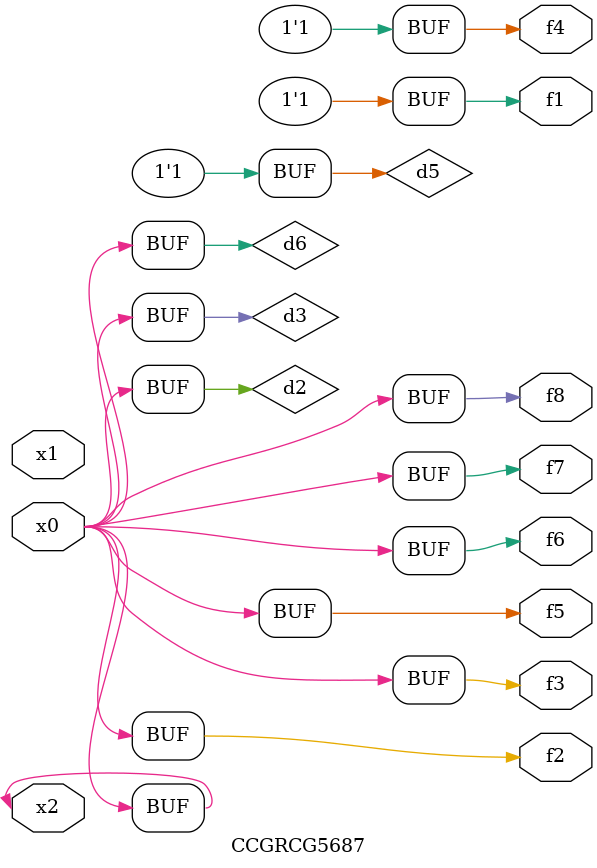
<source format=v>
module CCGRCG5687(
	input x0, x1, x2,
	output f1, f2, f3, f4, f5, f6, f7, f8
);

	wire d1, d2, d3, d4, d5, d6;

	xnor (d1, x2);
	buf (d2, x0, x2);
	and (d3, x0);
	xnor (d4, x1, x2);
	nand (d5, d1, d3);
	buf (d6, d2, d3);
	assign f1 = d5;
	assign f2 = d6;
	assign f3 = d6;
	assign f4 = d5;
	assign f5 = d6;
	assign f6 = d6;
	assign f7 = d6;
	assign f8 = d6;
endmodule

</source>
